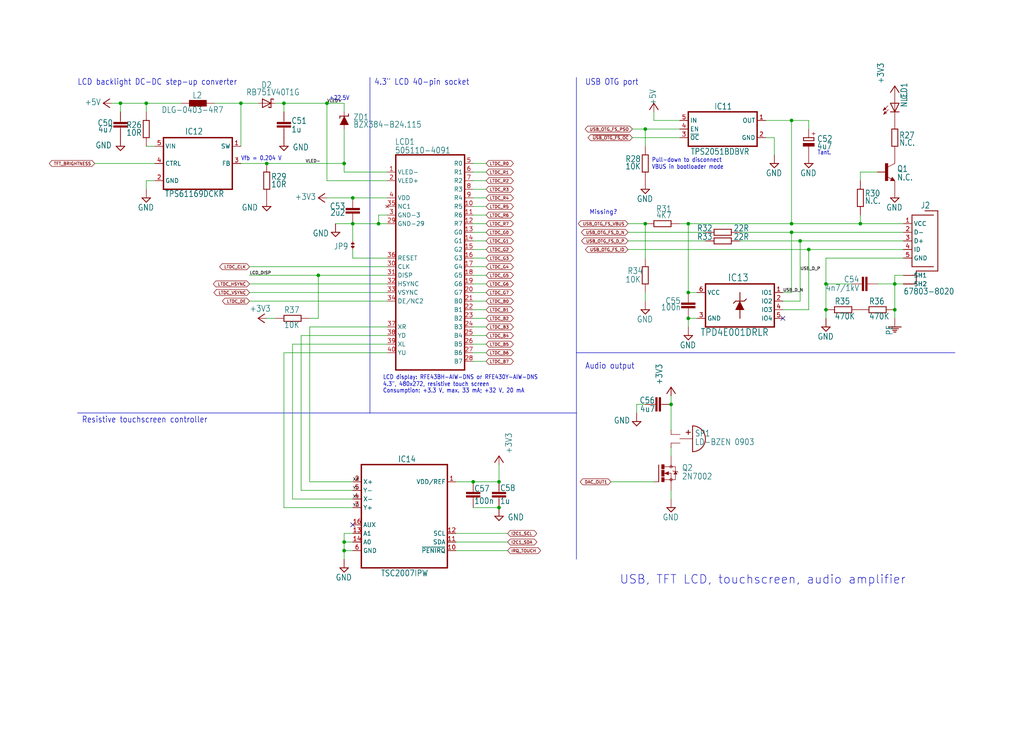
<source format=kicad_sch>
(kicad_sch (version 20230121) (generator eeschema)
  (paper "User" 302.311 220.269)
  (title_block (title "BB3 CM3") (date "2023-06-28") (rev "v001") (company "Intergalaktik d.o.o.") (comment 1 "This hardware is licensed under CERN-OHL-S v2 or later."))
  (lib_symbols
    (symbol "EEZ_DIB_MCU_r3B4-eagle-import:+3V3" (power)
      (property "Value" "+3V3" (at -2.54 -5.08 90))
      (symbol "+3V3_1_0"
        (pin power_in line (at 0 -2.54 90) (length 2.54) (name "+3V3") (number "1"))
      )
    )
    (symbol "EEZ_DIB_MCU_r3B4-eagle-import:+5V" (power)
      (property "Value" "+5V" (at -2.54 -5.08 90))
      (symbol "+5V_1_0"
        (pin power_in line (at 0 -2.54 90) (length 2.54) (name "+5V") (number "1"))
      )
    )
    (symbol "EEZ_DIB_MCU_r3B4-eagle-import:-NPN-SOT23-BEC"
      (property "Reference" "T" (at -10.16 7.62 0))
      (property "Value" "-NPN-SOT23-BEC" (at -10.16 5.08 0))
      (symbol "-NPN-SOT23-BEC_1_0"
        (pin passive line (at -2.54 0 0) (length 2.54) (name "B") (number "B"))
        (pin passive line (at 2.54 5.08 270) (length 2.54) (name "C") (number "C"))
        (pin passive line (at 2.54 -5.08 90) (length 2.54) (name "E") (number "E"))
      )
    )
    (symbol "EEZ_DIB_MCU_r3B4-eagle-import:2N7002"
      (property "Reference" "Q" (at 6.35 2.54 0))
      (property "Value" "2N7002" (at 6.35 0 0))
      (symbol "2N7002_1_0"
        (pin passive line (at -2.54 -2.54 0) (length 0) (name "G") (number "1"))
        (pin passive line (at 2.54 -5.08 90) (length 2.54) (name "S") (number "2"))
        (pin passive line (at 2.54 5.08 270) (length 2.54) (name "D") (number "3"))
      )
    )
    (symbol "EEZ_DIB_MCU_r3B4-eagle-import:678038020"
      (property "Reference" "J" (at -5.08 9.525 0))
      (property "Value" "678038020" (at -5.08 -15.875 0))
      (symbol "678038020_1_0"
        (pin passive line (at -5.08 5.08 0) (length 2.54) (name "VCC") (number "1"))
        (pin passive line (at -5.08 2.54 0) (length 2.54) (name "D-") (number "2"))
        (pin passive line (at -5.08 0 0) (length 2.54) (name "D+") (number "3"))
        (pin passive line (at -5.08 -2.54 0) (length 2.54) (name "ID") (number "4"))
        (pin passive line (at -5.08 -5.08 0) (length 2.54) (name "GND") (number "5"))
        (pin bidirectional line (at -5.08 -10.16 0) (length 2.54) (name "SH1") (number "SH1"))
        (pin bidirectional line (at -5.08 -10.16 0) (length 2.54) (name "SH1") (number "SH1.1"))
        (pin bidirectional line (at -5.08 -12.7 0) (length 2.54) (name "SH2") (number "SH2"))
        (pin bidirectional line (at -5.08 -12.7 0) (length 2.54) (name "SH2") (number "SH2.2"))
      )
    )
    (symbol "EEZ_DIB_MCU_r3B4-eagle-import:C-EUC0603"
      (property "Reference" "C" (at 1.524 0.381 0))
      (property "Value" "C-EUC0603" (at 1.524 -4.699 0))
      (symbol "C-EUC0603_1_0"
        (pin passive line (at 0 2.54 270) (length 2.54) (name "1") (number "1"))
        (pin passive line (at 0 -5.08 90) (length 2.54) (name "2") (number "2"))
      )
    )
    (symbol "EEZ_DIB_MCU_r3B4-eagle-import:C-EUC0805"
      (property "Reference" "C" (at 1.524 0.381 0))
      (property "Value" "C-EUC0805" (at 1.524 -4.699 0))
      (symbol "C-EUC0805_1_0"
        (pin passive line (at 0 2.54 270) (length 2.54) (name "1") (number "1"))
        (pin passive line (at 0 -5.08 90) (length 2.54) (name "2") (number "2"))
      )
    )
    (symbol "EEZ_DIB_MCU_r3B4-eagle-import:C-EUC1206"
      (property "Reference" "C" (at 1.524 0.381 0))
      (property "Value" "C-EUC1206" (at 1.524 -4.699 0))
      (symbol "C-EUC1206_1_0"
        (pin passive line (at 0 2.54 270) (length 2.54) (name "1") (number "1"))
        (pin passive line (at 0 -5.08 90) (length 2.54) (name "2") (number "2"))
      )
    )
    (symbol "EEZ_DIB_MCU_r3B4-eagle-import:C-EUC1812"
      (property "Reference" "C" (at 1.524 0.381 0))
      (property "Value" "C-EUC1812" (at 1.524 -4.699 0))
      (symbol "C-EUC1812_1_0"
        (pin passive line (at 0 2.54 270) (length 2.54) (name "1") (number "1"))
        (pin passive line (at 0 -5.08 90) (length 2.54) (name "2") (number "2"))
      )
    )
    (symbol "EEZ_DIB_MCU_r3B4-eagle-import:DE0403"
      (property "Reference" "L" (at -3.81 1.3716 0))
      (property "Value" "DE0403" (at -3.81 -2.921 0))
      (symbol "DE0403_1_0"
        (pin passive line (at -5.08 0 0) (length 2.54) (name "1") (number "1"))
        (pin passive line (at 5.08 0 180) (length 2.54) (name "2") (number "2"))
      )
    )
    (symbol "EEZ_DIB_MCU_r3B4-eagle-import:DINA4_L"
      (symbol "DINA4_L_2_0"
        (text ">DRAWING_NAME" (at 17.78 19.05 0) (effects (font (size 2.54 2.54)) (justify left bottom)))
        (text ">LAST_DATE_TIME" (at 12.7 1.27 0) (effects (font (size 2.54 2.54)) (justify left bottom)))
        (text ">SHEET" (at 86.36 1.27 0) (effects (font (size 2.54 2.54)) (justify left bottom)))
        (text "Date:" (at 1.27 1.27 0) (effects (font (size 2.54 2.54)) (justify left bottom)))
        (text "Document Number:" (at 1.27 11.43 0) (effects (font (size 2.54 2.54)) (justify left bottom)))
        (text "REV:" (at 88.9 11.43 0) (effects (font (size 2.54 2.54)) (justify left bottom)))
        (text "Sheet:" (at 72.39 1.27 0) (effects (font (size 2.54 2.54)) (justify left bottom)))
        (text "TITLE:" (at 1.27 19.05 0) (effects (font (size 2.54 2.54)) (justify left bottom)))
      )
    )
    (symbol "EEZ_DIB_MCU_r3B4-eagle-import:ECAP1206"
      (property "Reference" "C" (at 1.143 0.4826 0))
      (property "Value" "ECAP1206" (at 1.143 -4.5974 0))
      (symbol "ECAP1206_1_0"
        (text "+" (at -0.5842 0.4064 900) (effects (font (size 1.27 1.0795)) (justify left bottom)))
        (pin passive line (at 0 2.54 270) (length 2.54) (name "+") (number "+"))
        (pin passive line (at 0 -5.08 90) (length 2.54) (name "-") (number "-"))
      )
    )
    (symbol "EEZ_DIB_MCU_r3B4-eagle-import:GND" (power)
      (property "Value" "GND" (at -1.905 -3.175 0))
      (symbol "GND_1_0"
        (pin power_in line (at 0 2.54 270) (length 2.54) (name "GND") (number "1"))
      )
    )
    (symbol "EEZ_DIB_MCU_r3B4-eagle-import:JP2-NOCUT-0805"
      (property "Reference" "JP" (at -3.175 1.27 0))
      (symbol "JP2-NOCUT-0805_1_0"
        (pin passive line (at 0 0 270) (length 0) (name "1") (number "1"))
        (pin passive line (at 2.54 0 270) (length 0) (name "2") (number "2"))
      )
    )
    (symbol "EEZ_DIB_MCU_r3B4-eagle-import:LD-BZEN-COMBO"
      (property "Reference" "SP" (at 1.905 0.635 0))
      (property "Value" "LD-BZEN-COMBO" (at 1.905 -1.905 0))
      (symbol "LD-BZEN-COMBO_1_0"
        (pin passive line (at -5.08 2.54 270) (length 0) (name "+") (number "+"))
        (pin passive line (at -5.08 2.54 270) (length 0) (name "+") (number "+B"))
        (pin passive line (at -5.08 -2.54 90) (length 0) (name "-") (number "-"))
        (pin passive line (at -5.08 -2.54 90) (length 0) (name "-") (number "-B"))
      )
    )
    (symbol "EEZ_DIB_MCU_r3B4-eagle-import:LED0805"
      (property "Reference" "LED" (at 3.556 -2.032 90))
      (property "Value" "LED0805" (at 5.715 -2.032 90))
      (symbol "LED0805_1_0"
        (pin passive line (at 0 5.08 270) (length 2.54) (name "A") (number "A"))
        (pin passive line (at 0 -2.54 90) (length 2.54) (name "C") (number "C"))
      )
    )
    (symbol "EEZ_DIB_MCU_r3B4-eagle-import:PE" (power)
      (property "Value" "PE" (at -2.54 -2.54 90))
      (symbol "PE_1_0"
        (pin power_in line (at 0 2.54 270) (length 2.54) (name "PE") (number "1"))
      )
    )
    (symbol "EEZ_DIB_MCU_r3B4-eagle-import:R-EU_R0805"
      (property "Reference" "R" (at -3.81 1.4986 0))
      (property "Value" "R-EU_R0805" (at -3.81 -3.302 0))
      (symbol "R-EU_R0805_1_0"
        (pin passive line (at -5.08 0 0) (length 2.54) (name "1") (number "1"))
        (pin passive line (at 5.08 0 180) (length 2.54) (name "2") (number "2"))
      )
    )
    (symbol "EEZ_DIB_MCU_r3B4-eagle-import:RFE430Y-AIW-DNS"
      (property "Reference" "LCD" (at -4.7244 31.3436 0))
      (property "Value" "RFE430Y-AIW-DNS" (at -5.3594 -35.9664 0))
      (symbol "RFE430Y-AIW-DNS_1_0"
        (pin power_in line (at 12.7 25.4 180) (length 2.54) (name "VLED-") (number "1"))
        (pin input line (at -12.7 15.24 0) (length 2.54) (name "R5") (number "10"))
        (pin input line (at -12.7 12.7 0) (length 2.54) (name "R6") (number "11"))
        (pin input line (at -12.7 10.16 0) (length 2.54) (name "R7") (number "12"))
        (pin input line (at -12.7 7.62 0) (length 2.54) (name "G0") (number "13"))
        (pin input line (at -12.7 5.08 0) (length 2.54) (name "G1") (number "14"))
        (pin input line (at -12.7 2.54 0) (length 2.54) (name "G2") (number "15"))
        (pin input line (at -12.7 0 0) (length 2.54) (name "G3") (number "16"))
        (pin input line (at -12.7 -2.54 0) (length 2.54) (name "G4") (number "17"))
        (pin input line (at -12.7 -5.08 0) (length 2.54) (name "G5") (number "18"))
        (pin input line (at -12.7 -7.62 0) (length 2.54) (name "G6") (number "19"))
        (pin power_in line (at 12.7 22.86 180) (length 2.54) (name "VLED+") (number "2"))
        (pin input line (at -12.7 -10.16 0) (length 2.54) (name "G7") (number "20"))
        (pin input line (at -12.7 -12.7 0) (length 2.54) (name "B0") (number "21"))
        (pin input line (at -12.7 -15.24 0) (length 2.54) (name "B1") (number "22"))
        (pin input line (at -12.7 -17.78 0) (length 2.54) (name "B2") (number "23"))
        (pin input line (at -12.7 -20.32 0) (length 2.54) (name "B3") (number "24"))
        (pin input line (at -12.7 -22.86 0) (length 2.54) (name "B4") (number "25"))
        (pin input line (at -12.7 -25.4 0) (length 2.54) (name "B5") (number "26"))
        (pin input line (at -12.7 -27.94 0) (length 2.54) (name "B6") (number "27"))
        (pin input line (at -12.7 -30.48 0) (length 2.54) (name "B7") (number "28"))
        (pin power_in line (at 12.7 10.16 180) (length 2.54) (name "GND-29") (number "29"))
        (pin power_in line (at 12.7 12.7 180) (length 2.54) (name "GND-3") (number "3"))
        (pin input line (at 12.7 -2.54 180) (length 2.54) (name "CLK") (number "30"))
        (pin input line (at 12.7 -5.08 180) (length 2.54) (name "DISP") (number "31"))
        (pin input line (at 12.7 -7.62 180) (length 2.54) (name "HSYNC") (number "32"))
        (pin input line (at 12.7 -10.16 180) (length 2.54) (name "VSYNC") (number "33"))
        (pin passive line (at 12.7 -12.7 180) (length 2.54) (name "DE/NC2") (number "34"))
        (pin no_connect line (at 12.7 15.24 180) (length 2.54) (name "NC1") (number "35"))
        (pin input line (at 12.7 0 180) (length 2.54) (name "RESET") (number "36"))
        (pin passive line (at 12.7 -20.32 180) (length 2.54) (name "XR") (number "37"))
        (pin passive line (at 12.7 -22.86 180) (length 2.54) (name "YD") (number "38"))
        (pin passive line (at 12.7 -25.4 180) (length 2.54) (name "XL") (number "39"))
        (pin power_in line (at 12.7 17.78 180) (length 2.54) (name "VDD") (number "4"))
        (pin passive line (at 12.7 -27.94 180) (length 2.54) (name "YU") (number "40"))
        (pin input line (at -12.7 27.94 0) (length 2.54) (name "R0") (number "5"))
        (pin input line (at -12.7 25.4 0) (length 2.54) (name "R1") (number "6"))
        (pin input line (at -12.7 22.86 0) (length 2.54) (name "R2") (number "7"))
        (pin input line (at -12.7 20.32 0) (length 2.54) (name "R3") (number "8"))
        (pin input line (at -12.7 17.78 0) (length 2.54) (name "R4") (number "9"))
      )
    )
    (symbol "EEZ_DIB_MCU_r3B4-eagle-import:SCHOTTKYSOD-323R"
      (property "Reference" "D" (at -2.286 1.905 0))
      (property "Value" "SCHOTTKYSOD-323R" (at -2.286 -3.429 0))
      (symbol "SCHOTTKYSOD-323R_1_0"
        (pin passive line (at -2.54 0 0) (length 2.54) (name "A") (number "A"))
        (pin passive line (at 2.54 0 180) (length 2.54) (name "C") (number "C"))
      )
    )
    (symbol "EEZ_DIB_MCU_r3B4-eagle-import:TPD4E001-DRL"
      (property "Reference" "IC" (at -5.207 5.7912 0))
      (property "Value" "TPD4E001-DRL" (at -6.0452 -10.3378 0))
      (symbol "TPD4E001-DRL_1_0"
        (pin bidirectional line (at -12.7 2.54 0) (length 2.54) (name "IO1") (number "1"))
        (pin bidirectional line (at -12.7 0 0) (length 2.54) (name "IO2") (number "2"))
        (pin power_in line (at 12.7 -5.08 180) (length 2.54) (name "GND") (number "3"))
        (pin bidirectional line (at -12.7 -2.54 0) (length 2.54) (name "IO3") (number "4"))
        (pin bidirectional line (at -12.7 -5.08 0) (length 2.54) (name "IO4") (number "5"))
        (pin passive line (at 12.7 2.54 180) (length 2.54) (name "VCC") (number "6"))
      )
    )
    (symbol "EEZ_DIB_MCU_r3B4-eagle-import:TPS2051B"
      (property "Reference" "IC" (at -4.445 5.715 0))
      (property "Value" "TPS2051B" (at -5.08 -7.62 0))
      (symbol "TPS2051B_1_0"
        (pin output line (at 12.7 2.54 180) (length 2.54) (name "OUT") (number "1"))
        (pin power_in line (at 12.7 -2.54 180) (length 2.54) (name "GND") (number "2"))
        (pin passive line (at -12.7 -2.54 0) (length 2.54) (name "~{OC}") (number "3"))
        (pin input line (at -12.7 0 0) (length 2.54) (name "EN") (number "4"))
        (pin input line (at -12.7 2.54 0) (length 2.54) (name "IN") (number "5"))
      )
    )
    (symbol "EEZ_DIB_MCU_r3B4-eagle-import:TPS61169DCKR"
      (property "Reference" "IC" (at -4.7244 8.4836 0))
      (property "Value" "TPS61169DCKR" (at -4.7244 -9.9314 0))
      (symbol "TPS61169DCKR_1_0"
        (pin output line (at 12.7 5.08 180) (length 2.54) (name "SW") (number "1"))
        (pin power_in line (at -12.7 -5.08 0) (length 2.54) (name "GND") (number "2"))
        (pin input line (at 12.7 0 180) (length 2.54) (name "FB") (number "3"))
        (pin input line (at -12.7 0 0) (length 2.54) (name "CTRL") (number "4"))
        (pin input line (at -12.7 5.08 0) (length 2.54) (name "VIN") (number "5"))
      )
    )
    (symbol "EEZ_DIB_MCU_r3B4-eagle-import:TSC2007IPW"
      (property "Reference" "IC" (at -4.445 15.875 0))
      (property "Value" "TSC2007IPW" (at -4.445 -17.78 0))
      (symbol "TSC2007IPW_1_0"
        (pin passive line (at 15.24 10.16 180) (length 2.54) (name "VDD/REF") (number "1"))
        (pin output line (at 15.24 -10.16 180) (length 2.54) (name "~{PENIRQ}") (number "10"))
        (pin bidirectional line (at 15.24 -7.62 180) (length 2.54) (name "SDA") (number "11"))
        (pin bidirectional line (at 15.24 -5.08 180) (length 2.54) (name "SCL") (number "12"))
        (pin input line (at -15.24 -5.08 0) (length 2.54) (name "A1") (number "13"))
        (pin input line (at -15.24 -7.62 0) (length 2.54) (name "A0") (number "14"))
        (pin input line (at -15.24 -2.54 0) (length 2.54) (name "AUX") (number "16"))
        (pin input line (at -15.24 10.16 0) (length 2.54) (name "X+") (number "2"))
        (pin input line (at -15.24 2.54 0) (length 2.54) (name "Y+") (number "3"))
        (pin input line (at -15.24 5.08 0) (length 2.54) (name "X-") (number "4"))
        (pin input line (at -15.24 7.62 0) (length 2.54) (name "Y-") (number "5"))
        (pin passive line (at -15.24 -10.16 0) (length 2.54) (name "GND") (number "6"))
      )
    )
    (symbol "EEZ_DIB_MCU_r3B4-eagle-import:ZENER-DIODESOD323"
      (property "Reference" "ZD" (at -1.778 1.905 0))
      (property "Value" "ZENER-DIODESOD323" (at -1.778 -3.429 0))
      (symbol "ZENER-DIODESOD323_1_0"
        (pin passive line (at -2.54 0 0) (length 2.54) (name "A") (number "A"))
        (pin passive line (at 2.54 0 180) (length 2.54) (name "C") (number "C"))
      )
    )
  )
  (junction (at 83.82 30.48))
  (junction (at 139.7 142.24))
  (junction (at 78.74 48.26))
  (junction (at 243.84 83.82))
  (junction (at 238.76 73.66))
  (junction (at 203.2 86.36))
  (junction (at 101.6 160.02))
  (junction (at 93.98 81.28))
  (junction (at 96.52 30.48))
  (junction (at 71.12 30.48))
  (junction (at 254 66.04))
  (junction (at 101.6 48.26))
  (junction (at 264.16 91.44))
  (junction (at 101.6 162.56))
  (junction (at 233.68 66.04))
  (junction (at 264.16 83.82))
  (junction (at 203.2 66.04))
  (junction (at 243.84 91.44))
  (junction (at 233.68 35.56))
  (junction (at 203.2 93.98))
  (junction (at 147.32 149.86))
  (junction (at 190.5 38.1))
  (junction (at 43.18 30.48))
  (junction (at 104.14 58.42))
  (junction (at 236.22 71.12))
  (junction (at 147.32 142.24))
  (junction (at 111.76 66.04))
  (junction (at 104.14 66.04))
  (junction (at 198.12 119.38))
  (junction (at 190.5 66.04))
  (junction (at 233.68 68.58))
  (junction (at 35.56 30.48))
  (no_connect (at 104.14 154.94))
  (no_connect (at 231.14 93.98))
  (wire (pts (xy 259.08 50.8) (xy 254 50.8)))
  (wire (pts (xy 243.84 76.2) (xy 243.84 83.82)))
  (wire (pts (xy 134.62 142.24) (xy 139.7 142.24)))
  (wire (pts (xy 200.66 66.04) (xy 203.2 66.04)))
  (wire (pts (xy 139.7 83.82) (xy 143.51 83.82)))
  (polyline (pts (xy 281.94 104.14) (xy 170.18 104.14)))
  (wire (pts (xy 73.66 81.28) (xy 93.98 81.28)))
  (wire (pts (xy 226.06 40.64) (xy 228.6 40.64)))
  (wire (pts (xy 139.7 63.5) (xy 143.51 63.5)))
  (wire (pts (xy 233.68 35.56) (xy 238.76 35.56)))
  (wire (pts (xy 88.9 144.78) (xy 88.9 99.06)))
  (wire (pts (xy 101.6 38.1) (xy 101.6 48.26)))
  (wire (pts (xy 111.76 66.04) (xy 111.76 63.5)))
  (wire (pts (xy 78.74 93.98) (xy 81.28 93.98)))
  (wire (pts (xy 200.66 38.1) (xy 190.5 38.1)))
  (polyline (pts (xy 109.22 121.92) (xy 22.86 121.92)))
  (wire (pts (xy 185.42 66.04) (xy 190.5 66.04)))
  (wire (pts (xy 205.74 86.36) (xy 203.2 86.36)))
  (wire (pts (xy 185.42 73.66) (xy 238.76 73.66)))
  (wire (pts (xy 243.84 91.44) (xy 243.84 93.98)))
  (wire (pts (xy 139.7 76.2) (xy 143.51 76.2)))
  (wire (pts (xy 81.28 30.48) (xy 83.82 30.48)))
  (wire (pts (xy 203.2 93.98) (xy 203.2 96.52)))
  (wire (pts (xy 139.7 88.9) (xy 143.51 88.9)))
  (wire (pts (xy 101.6 48.26) (xy 101.6 50.8)))
  (wire (pts (xy 139.7 53.34) (xy 143.51 53.34)))
  (wire (pts (xy 91.44 96.52) (xy 114.3 96.52)))
  (wire (pts (xy 114.3 83.82) (xy 73.66 83.82)))
  (wire (pts (xy 86.36 147.32) (xy 86.36 101.6)))
  (wire (pts (xy 83.82 104.14) (xy 83.82 149.86)))
  (wire (pts (xy 104.14 160.02) (xy 101.6 160.02)))
  (wire (pts (xy 96.52 53.34) (xy 96.52 30.48)))
  (wire (pts (xy 238.76 35.56) (xy 238.76 38.1)))
  (wire (pts (xy 264.16 91.44) (xy 264.16 83.82)))
  (wire (pts (xy 139.7 60.96) (xy 143.51 60.96)))
  (wire (pts (xy 266.7 81.28) (xy 264.16 81.28)))
  (polyline (pts (xy 170.18 104.14) (xy 170.18 121.92)))
  (wire (pts (xy 43.18 33.02) (xy 43.18 30.48)))
  (wire (pts (xy 86.36 101.6) (xy 114.3 101.6)))
  (wire (pts (xy 231.14 91.44) (xy 238.76 91.44)))
  (wire (pts (xy 266.7 83.82) (xy 264.16 83.82)))
  (wire (pts (xy 139.7 91.44) (xy 143.51 91.44)))
  (wire (pts (xy 254 50.8) (xy 254 53.34)))
  (wire (pts (xy 101.6 162.56) (xy 101.6 165.1)))
  (wire (pts (xy 198.12 134.62) (xy 198.12 132.08)))
  (wire (pts (xy 233.68 66.04) (xy 254 66.04)))
  (wire (pts (xy 134.62 157.48) (xy 149.86 157.48)))
  (wire (pts (xy 254 63.5) (xy 254 66.04)))
  (wire (pts (xy 266.7 76.2) (xy 243.84 76.2)))
  (wire (pts (xy 139.7 149.86) (xy 147.32 149.86)))
  (wire (pts (xy 254 66.04) (xy 266.7 66.04)))
  (wire (pts (xy 104.14 147.32) (xy 86.36 147.32)))
  (wire (pts (xy 101.6 50.8) (xy 114.3 50.8)))
  (wire (pts (xy 104.14 66.04) (xy 99.06 66.04)))
  (wire (pts (xy 200.66 40.64) (xy 186.69 40.64)))
  (wire (pts (xy 190.5 76.2) (xy 190.5 66.04)))
  (wire (pts (xy 139.7 58.42) (xy 143.51 58.42)))
  (wire (pts (xy 114.3 88.9) (xy 73.66 88.9)))
  (wire (pts (xy 104.14 142.24) (xy 91.44 142.24)))
  (wire (pts (xy 101.6 160.02) (xy 101.6 162.56)))
  (polyline (pts (xy 170.18 121.92) (xy 109.22 121.92)))
  (wire (pts (xy 93.98 81.28) (xy 93.98 93.98)))
  (wire (pts (xy 139.7 101.6) (xy 143.51 101.6)))
  (wire (pts (xy 228.6 40.64) (xy 228.6 45.72)))
  (wire (pts (xy 218.44 71.12) (xy 236.22 71.12)))
  (wire (pts (xy 139.7 106.68) (xy 143.51 106.68)))
  (wire (pts (xy 264.16 83.82) (xy 264.16 81.28)))
  (wire (pts (xy 104.14 66.04) (xy 111.76 66.04)))
  (wire (pts (xy 101.6 162.56) (xy 104.14 162.56)))
  (wire (pts (xy 114.3 78.74) (xy 73.66 78.74)))
  (wire (pts (xy 139.7 66.04) (xy 143.51 66.04)))
  (wire (pts (xy 104.14 58.42) (xy 96.52 58.42)))
  (wire (pts (xy 45.72 48.26) (xy 27.94 48.26)))
  (wire (pts (xy 243.84 83.82) (xy 243.84 91.44)))
  (wire (pts (xy 114.3 58.42) (xy 104.14 58.42)))
  (wire (pts (xy 139.7 142.24) (xy 147.32 142.24)))
  (wire (pts (xy 205.74 93.98) (xy 203.2 93.98)))
  (wire (pts (xy 134.62 162.56) (xy 149.86 162.56)))
  (wire (pts (xy 139.7 99.06) (xy 143.51 99.06)))
  (wire (pts (xy 83.82 104.14) (xy 114.3 104.14)))
  (wire (pts (xy 139.7 73.66) (xy 143.51 73.66)))
  (wire (pts (xy 43.18 43.18) (xy 45.72 43.18)))
  (wire (pts (xy 101.6 157.48) (xy 101.6 160.02)))
  (polyline (pts (xy 170.18 22.86) (xy 170.18 104.14)))
  (wire (pts (xy 203.2 66.04) (xy 203.2 86.36)))
  (wire (pts (xy 114.3 63.5) (xy 111.76 63.5)))
  (wire (pts (xy 114.3 86.36) (xy 73.66 86.36)))
  (wire (pts (xy 78.74 48.26) (xy 101.6 48.26)))
  (wire (pts (xy 200.66 35.56) (xy 193.04 35.56)))
  (wire (pts (xy 139.7 96.52) (xy 143.51 96.52)))
  (wire (pts (xy 139.7 93.98) (xy 143.51 93.98)))
  (wire (pts (xy 190.5 119.38) (xy 187.96 119.38)))
  (wire (pts (xy 114.3 53.34) (xy 96.52 53.34)))
  (wire (pts (xy 71.12 43.18) (xy 71.12 30.48)))
  (wire (pts (xy 190.5 38.1) (xy 186.69 38.1)))
  (wire (pts (xy 218.44 68.58) (xy 233.68 68.58)))
  (wire (pts (xy 43.18 53.34) (xy 43.18 55.88)))
  (wire (pts (xy 139.7 81.28) (xy 143.51 81.28)))
  (wire (pts (xy 187.96 121.92) (xy 187.96 119.38)))
  (polyline (pts (xy 170.18 121.92) (xy 170.18 165.1)))
  (wire (pts (xy 236.22 71.12) (xy 266.7 71.12)))
  (wire (pts (xy 83.82 30.48) (xy 96.52 30.48)))
  (wire (pts (xy 71.12 48.26) (xy 78.74 48.26)))
  (wire (pts (xy 104.14 71.12) (xy 104.14 66.04)))
  (wire (pts (xy 134.62 160.02) (xy 149.86 160.02)))
  (wire (pts (xy 93.98 93.98) (xy 91.44 93.98)))
  (wire (pts (xy 259.08 83.82) (xy 264.16 83.82)))
  (wire (pts (xy 208.28 68.58) (xy 185.42 68.58)))
  (wire (pts (xy 185.42 71.12) (xy 208.28 71.12)))
  (wire (pts (xy 238.76 91.44) (xy 238.76 73.66)))
  (wire (pts (xy 101.6 30.48) (xy 101.6 33.02)))
  (wire (pts (xy 233.68 86.36) (xy 233.68 68.58)))
  (wire (pts (xy 104.14 149.86) (xy 83.82 149.86)))
  (wire (pts (xy 104.14 73.66) (xy 104.14 76.2)))
  (wire (pts (xy 35.56 33.02) (xy 35.56 30.48)))
  (wire (pts (xy 104.14 144.78) (xy 88.9 144.78)))
  (wire (pts (xy 264.16 93.98) (xy 264.16 91.44)))
  (wire (pts (xy 193.04 142.24) (xy 180.34 142.24)))
  (wire (pts (xy 139.7 104.14) (xy 143.51 104.14)))
  (wire (pts (xy 139.7 78.74) (xy 143.51 78.74)))
  (wire (pts (xy 231.14 88.9) (xy 236.22 88.9)))
  (wire (pts (xy 198.12 147.32) (xy 198.12 144.78)))
  (wire (pts (xy 139.7 86.36) (xy 143.51 86.36)))
  (wire (pts (xy 139.7 71.12) (xy 143.51 71.12)))
  (wire (pts (xy 104.14 76.2) (xy 114.3 76.2)))
  (wire (pts (xy 45.72 53.34) (xy 43.18 53.34)))
  (wire (pts (xy 139.7 50.8) (xy 143.51 50.8)))
  (wire (pts (xy 139.7 55.88) (xy 143.51 55.88)))
  (wire (pts (xy 236.22 88.9) (xy 236.22 71.12)))
  (wire (pts (xy 233.68 35.56) (xy 233.68 66.04)))
  (wire (pts (xy 111.76 66.04) (xy 114.3 66.04)))
  (wire (pts (xy 35.56 30.48) (xy 43.18 30.48)))
  (wire (pts (xy 63.5 30.48) (xy 71.12 30.48)))
  (wire (pts (xy 139.7 48.26) (xy 143.51 48.26)))
  (wire (pts (xy 198.12 119.38) (xy 198.12 116.84)))
  (wire (pts (xy 43.18 30.48) (xy 53.34 30.48)))
  (wire (pts (xy 198.12 119.38) (xy 198.12 127)))
  (wire (pts (xy 190.5 43.18) (xy 190.5 38.1)))
  (wire (pts (xy 193.04 35.56) (xy 193.04 33.02)))
  (wire (pts (xy 233.68 68.58) (xy 266.7 68.58)))
  (wire (pts (xy 35.56 30.48) (xy 33.02 30.48)))
  (wire (pts (xy 238.76 73.66) (xy 266.7 73.66)))
  (wire (pts (xy 139.7 68.58) (xy 143.51 68.58)))
  (wire (pts (xy 226.06 35.56) (xy 233.68 35.56)))
  (wire (pts (xy 71.12 30.48) (xy 76.2 30.48)))
  (wire (pts (xy 83.82 30.48) (xy 83.82 33.02)))
  (wire (pts (xy 203.2 66.04) (xy 233.68 66.04)))
  (wire (pts (xy 114.3 81.28) (xy 93.98 81.28)))
  (wire (pts (xy 190.5 88.9) (xy 190.5 86.36)))
  (wire (pts (xy 251.46 83.82) (xy 243.84 83.82)))
  (wire (pts (xy 91.44 142.24) (xy 91.44 96.52)))
  (wire (pts (xy 104.14 157.48) (xy 101.6 157.48)))
  (wire (pts (xy 88.9 99.06) (xy 114.3 99.06)))
  (wire (pts (xy 231.14 86.36) (xy 233.68 86.36)))
  (wire (pts (xy 147.32 142.24) (xy 147.32 137.16)))
  (polyline (pts (xy 109.22 22.86) (xy 109.22 121.92)))
  (wire (pts (xy 96.52 30.48) (xy 101.6 30.48)))
  (text "Resistive touchscreen controller" (at 24.13 125.095 0) (effects (font (size 1.778 1.5113)) (justify left bottom)))
  (text "Tant." (at 241.3 44.45 0) (effects (font (size 1.27 1.0795)) (justify left top)))
  (text "+22.5V" (at 97.155 29.845 0) (effects (font (size 1.27 1.0795)) (justify left bottom)))
  (text "Audio output" (at 172.72 109.22 0) (effects (font (size 1.778 1.5113)) (justify left bottom)))
  (text "Missing?" (at 173.99 63.5 0) (effects (font (size 1.27 1.27)) (justify left bottom)))
  (text "Pull-down to disconnect\nVBUS in bootloader mode" (at 192.405 50.165 0) (effects (font (size 1.27 1.0795)) (justify left bottom)))
  (text "LCD backlight DC-DC step-up converter" (at 22.86 25.4 0) (effects (font (size 1.778 1.5113)) (justify left bottom)))
  (text "USB, TFT LCD, touchscreen, audio amplifier" (at 182.88 172.72 0) (effects (font (size 2.54 2.54)) (justify left bottom)))
  (text "LCD display: RFE43BH-AIW-DNS or RFE430Y-AIW-DNS\n4.3\", 480x272, resistive touch screen" (at 113.03 114.3 0) (effects (font (size 1.27 1.0795)) (justify left bottom)))
  (text "Vfb = 0.204 V" (at 71.12 47.625 0) (effects (font (size 1.27 1.0795)) (justify left bottom)))
  (text "USB OTG port" (at 172.72 25.4 0) (effects (font (size 1.778 1.5113)) (justify left bottom)))
  (text "Consumption: +3.3 V, max. 33 mA; +32 V, 20 mA" (at 113.03 116.205 0) (effects (font (size 1.27 1.0795)) (justify left bottom)))
  (text "4.3\" LCD 40-pin socket" (at 110.49 25.4 0) (effects (font (size 1.778 1.5113)) (justify left bottom)))
  (label "USB_D_N" (at 231.14 86.36 0) (effects (font (size 0.889 0.889))))
  (label "XL" (at 104.14 147.32 0) (effects (font (size 0.889 0.889))))
  (label "LCD_DISP" (at 73.66 81.28 0) (effects (font (size 0.889 0.889))))
  (label "VLED-" (at 90.17 48.26 0) (effects (font (size 0.889 0.889))))
  (label "YD" (at 104.14 144.78 0) (effects (font (size 0.889 0.889))))
  (label "USB_D_P" (at 236.22 80.01 0) (effects (font (size 0.889 0.889))))
  (label "VLED+" (at 96.52 30.48 0) (effects (font (size 0.889 0.889))))
  (label "YU" (at 104.14 149.86 0) (effects (font (size 0.889 0.889))))
  (label "XR" (at 104.14 142.24 0) (effects (font (size 0.889 0.889))))
  (global_label "LTDC_HSYNC" (shape bidirectional) (at 73.66 83.82 180) (effects (font (size 0.889 0.889))) (property "Intersheetrefs" "${INTERSHEET_REFS}" (effects hide)))
  (global_label "LTDC_G4" (shape bidirectional) (at 143.51 78.74 0) (effects (font (size 0.889 0.889))) (property "Intersheetrefs" "${INTERSHEET_REFS}" (effects hide)))
  (global_label "LTDC_G2" (shape bidirectional) (at 143.51 73.66 0) (effects (font (size 0.889 0.889))) (property "Intersheetrefs" "${INTERSHEET_REFS}" (effects hide)))
  (global_label "LTDC_R6" (shape bidirectional) (at 143.51 63.5 0) (effects (font (size 0.889 0.889))) (property "Intersheetrefs" "${INTERSHEET_REFS}" (effects hide)))
  (global_label "USB_OTG_FS_ID" (shape bidirectional) (at 185.42 73.66 180) (effects (font (size 0.889 0.889))) (property "Intersheetrefs" "${INTERSHEET_REFS}" (effects hide)))
  (global_label "LTDC_B3" (shape bidirectional) (at 143.51 96.52 0) (effects (font (size 0.889 0.889))) (property "Intersheetrefs" "${INTERSHEET_REFS}" (effects hide)))
  (global_label "LTDC_G1" (shape bidirectional) (at 143.51 71.12 0) (effects (font (size 0.889 0.889))) (property "Intersheetrefs" "${INTERSHEET_REFS}" (effects hide)))
  (global_label "USB_OTG_FS_D_P" (shape bidirectional) (at 185.42 71.12 180) (effects (font (size 0.889 0.889))) (property "Intersheetrefs" "${INTERSHEET_REFS}" (effects hide)))
  (global_label "LTDC_CLK" (shape bidirectional) (at 73.66 78.74 180) (effects (font (size 0.889 0.889))) (property "Intersheetrefs" "${INTERSHEET_REFS}" (effects hide)))
  (global_label "~{USB_OTG_FS_OC}" (shape bidirectional) (at 186.69 40.64 180) (effects (font (size 0.889 0.889))) (property "Intersheetrefs" "${INTERSHEET_REFS}" (effects hide)))
  (global_label "LTDC_R3" (shape bidirectional) (at 143.51 55.88 0) (effects (font (size 0.889 0.889))) (property "Intersheetrefs" "${INTERSHEET_REFS}" (effects hide)))
  (global_label "LTDC_R5" (shape bidirectional) (at 143.51 60.96 0) (effects (font (size 0.889 0.889))) (property "Intersheetrefs" "${INTERSHEET_REFS}" (effects hide)))
  (global_label "LTDC_R1" (shape bidirectional) (at 143.51 50.8 0) (effects (font (size 0.889 0.889))) (property "Intersheetrefs" "${INTERSHEET_REFS}" (effects hide)))
  (global_label "USB_OTG_FS_PSO" (shape bidirectional) (at 186.69 38.1 180) (effects (font (size 0.889 0.889))) (property "Intersheetrefs" "${INTERSHEET_REFS}" (effects hide)))
  (global_label "LTDC_B0" (shape bidirectional) (at 143.51 88.9 0) (effects (font (size 0.889 0.889))) (property "Intersheetrefs" "${INTERSHEET_REFS}" (effects hide)))
  (global_label "LTDC_DE" (shape bidirectional) (at 73.66 88.9 180) (effects (font (size 0.889 0.889))) (property "Intersheetrefs" "${INTERSHEET_REFS}" (effects hide)))
  (global_label "TFT_BRIGHTNESS" (shape bidirectional) (at 27.94 48.26 180) (effects (font (size 0.889 0.889))) (property "Intersheetrefs" "${INTERSHEET_REFS}" (effects hide)))
  (global_label "USB_OTG_FS_D_N" (shape bidirectional) (at 185.42 68.58 180) (effects (font (size 0.889 0.889))) (property "Intersheetrefs" "${INTERSHEET_REFS}" (effects hide)))
  (global_label "LTDC_G3" (shape bidirectional) (at 143.51 76.2 0) (effects (font (size 0.889 0.889))) (property "Intersheetrefs" "${INTERSHEET_REFS}" (effects hide)))
  (global_label "LTDC_B4" (shape bidirectional) (at 143.51 99.06 0) (effects (font (size 0.889 0.889))) (property "Intersheetrefs" "${INTERSHEET_REFS}" (effects hide)))
  (global_label "LTDC_B6" (shape bidirectional) (at 143.51 104.14 0) (effects (font (size 0.889 0.889))) (property "Intersheetrefs" "${INTERSHEET_REFS}" (effects hide)))
  (global_label "LTDC_B1" (shape bidirectional) (at 143.51 91.44 0) (effects (font (size 0.889 0.889))) (property "Intersheetrefs" "${INTERSHEET_REFS}" (effects hide)))
  (global_label "LTDC_R2" (shape bidirectional) (at 143.51 53.34 0) (effects (font (size 0.889 0.889))) (property "Intersheetrefs" "${INTERSHEET_REFS}" (effects hide)))
  (global_label "LTDC_G5" (shape bidirectional) (at 143.51 81.28 0) (effects (font (size 0.889 0.889))) (property "Intersheetrefs" "${INTERSHEET_REFS}" (effects hide)))
  (global_label "LTDC_G6" (shape bidirectional) (at 143.51 83.82 0) (effects (font (size 0.889 0.889))) (property "Intersheetrefs" "${INTERSHEET_REFS}" (effects hide)))
  (global_label "LTDC_B7" (shape bidirectional) (at 143.51 106.68 0) (effects (font (size 0.889 0.889))) (property "Intersheetrefs" "${INTERSHEET_REFS}" (effects hide)))
  (global_label "LTDC_G7" (shape bidirectional) (at 143.51 86.36 0) (effects (font (size 0.889 0.889))) (property "Intersheetrefs" "${INTERSHEET_REFS}" (effects hide)))
  (global_label "LTDC_R4" (shape bidirectional) (at 143.51 58.42 0) (effects (font (size 0.889 0.889))) (property "Intersheetrefs" "${INTERSHEET_REFS}" (effects hide)))
  (global_label "I2C1_SDA" (shape bidirectional) (at 149.86 160.02 0) (effects (font (size 0.889 0.889))) (property "Intersheetrefs" "${INTERSHEET_REFS}" (effects hide)))
  (global_label "LTDC_R0" (shape bidirectional) (at 143.51 48.26 0) (effects (font (size 0.889 0.889))) (property "Intersheetrefs" "${INTERSHEET_REFS}" (effects hide)))
  (global_label "LTDC_R7" (shape bidirectional) (at 143.51 66.04 0) (effects (font (size 0.889 0.889))) (property "Intersheetrefs" "${INTERSHEET_REFS}" (effects hide)))
  (global_label "LTDC_B5" (shape bidirectional) (at 143.51 101.6 0) (effects (font (size 0.889 0.889))) (property "Intersheetrefs" "${INTERSHEET_REFS}" (effects hide)))
  (global_label "LTDC_VSYNC" (shape bidirectional) (at 73.66 86.36 180) (effects (font (size 0.889 0.889))) (property "Intersheetrefs" "${INTERSHEET_REFS}" (effects hide)))
  (global_label "LTDC_B2" (shape bidirectional) (at 143.51 93.98 0) (effects (font (size 0.889 0.889))) (property "Intersheetrefs" "${INTERSHEET_REFS}" (effects hide)))
  (global_label "LTDC_G0" (shape bidirectional) (at 143.51 68.58 0) (effects (font (size 0.889 0.889))) (property "Intersheetrefs" "${INTERSHEET_REFS}" (effects hide)))
  (global_label "DAC_OUT1" (shape bidirectional) (at 180.34 142.24 180) (effects (font (size 0.889 0.889))) (property "Intersheetrefs" "${INTERSHEET_REFS}" (effects hide)))
  (global_label "IRQ_TOUCH" (shape bidirectional) (at 149.86 162.56 0) (effects (font (size 0.889 0.889))) (property "Intersheetrefs" "${INTERSHEET_REFS}" (effects hide)))
  (global_label "USB_OTG_FS_VBUS" (shape bidirectional) (at 185.42 66.04 180) (effects (font (size 0.889 0.889))) (property "Intersheetrefs" "${INTERSHEET_REFS}" (effects hide)))
  (global_label "I2C1_SCL" (shape bidirectional) (at 149.86 157.48 0) (effects (font (size 0.889 0.889))) (property "Intersheetrefs" "${INTERSHEET_REFS}" (effects hide)))
  (symbol (lib_id "EEZ_DIB_MCU_r3B4-eagle-import:GND") (at 198.12 149.86 0) (unit 1)
    (property "Reference" "#SUPPLY061" (effects hide))
    (property "Value" "GND" (at 195.58 153.67 0) (effects (font (size 1.778 1.5113)) (justify left bottom)))
    (property "Footprint" "EEZ_DIB_MCU_r3B4:" (effects hide))
  )
  (symbol (lib_id "EEZ_DIB_MCU_r3B4-eagle-import:C-EUC0805") (at 83.82 35.56 0) (mirror y) (unit 1)
    (property "Reference" "C51" (at 85.979 34.671 0) (effects (font (size 1.778 1.5113)) (justify right top)))
    (property "Value" "1u" (at 85.979 37.211 0) (effects (font (size 1.778 1.5113)) (justify right top)))
    (property "Footprint" "Capacitor_SMD:C_0603_1608Metric" (effects hide))
  )
  (symbol (lib_id "EEZ_DIB_MCU_r3B4-eagle-import:GND") (at 243.84 96.52 0) (unit 1)
    (property "Reference" "#SUPPLY058" (effects hide))
    (property "Value" "GND" (at 241.3 100.33 0) (effects (font (size 1.778 1.5113)) (justify left bottom)))
    (property "Footprint" "EEZ_DIB_MCU_r3B4:" (effects hide))
  )
  (symbol (lib_id "EEZ_DIB_MCU_r3B4-eagle-import:R-EU_R0805") (at 259.08 91.44 180) (unit 1)
    (property "Reference" "R36" (at 256.54 89.916 0) (effects (font (size 1.778 1.5113)) (justify right top)))
    (property "Value" "470K" (at 256.54 94.361 0) (effects (font (size 1.778 1.5113)) (justify right top)))
    (property "Footprint" "Resistor_SMD:R_0603_1608Metric" (effects hide))
  )
  (symbol (lib_id "EEZ_DIB_MCU_r3B4-eagle-import:RFE430Y-AIW-DNS") (at 127 76.2 0) (mirror y) (unit 1)
    (property "Reference" "LCD1" (at 116.5606 40.8686 0) (effects (font (size 1.778 1.5113)) (justify right top)))
    (property "Value" "505110-4091" (at 116.5606 43.4086 0) (effects (font (size 1.778 1.5113)) (justify right top)))
    (property "Footprint" "EEZ_DIB_MCU_r3B4:FPC_40" (effects hide))
  )
  (symbol (lib_id "EEZ_DIB_MCU_r3B4-eagle-import:R-EU_R0805") (at 264.16 40.64 270) (mirror x) (unit 1)
    (property "Reference" "R27" (at 265.43 38.9636 90) (effects (font (size 1.778 1.5113)) (justify left bottom)))
    (property "Value" "N.C." (at 265.43 41.148 90) (effects (font (size 1.778 1.5113)) (justify left bottom)))
    (property "Footprint" "Resistor_SMD:R_0603_1608Metric" (effects hide))
  )
  (symbol (lib_id "EEZ_DIB_MCU_r3B4-eagle-import:+3V3") (at 76.2 93.98 90) (unit 1)
    (property "Reference" "#+3V0328" (effects hide))
    (property "Value" "+3V3" (at 73.66 92.075 90) (effects (font (size 1.778 1.5113)) (justify right top)))
    (property "Footprint" "EEZ_DIB_MCU_r3B4:" (effects hide))
  )
  (symbol (lib_id "EEZ_DIB_MCU_r3B4-eagle-import:GND") (at 187.96 124.46 0) (unit 1)
    (property "Reference" "#SUPPLY060" (effects hide))
    (property "Value" "GND" (at 186.055 125.095 0) (effects (font (size 1.778 1.5113)) (justify right bottom)))
    (property "Footprint" "EEZ_DIB_MCU_r3B4:" (effects hide))
  )
  (symbol (lib_id "EEZ_DIB_MCU_r3B4-eagle-import:R-EU_R0805") (at 86.36 93.98 180) (unit 1)
    (property "Reference" "R37" (at 83.82 92.456 0) (effects (font (size 1.778 1.5113)) (justify right top)))
    (property "Value" "10K" (at 83.82 96.901 0) (effects (font (size 1.778 1.5113)) (justify right top)))
    (property "Footprint" "Resistor_SMD:R_0603_1608Metric" (effects hide))
  )
  (symbol (lib_id "EEZ_DIB_MCU_r3B4-eagle-import:R-EU_R0805") (at 254 58.42 270) (mirror x) (unit 1)
    (property "Reference" "R30" (at 255.27 56.1086 90) (effects (font (size 1.778 1.5113)) (justify left bottom)))
    (property "Value" "N.C." (at 255.27 58.293 90) (effects (font (size 1.778 1.5113)) (justify left bottom)))
    (property "Footprint" "Resistor_SMD:R_0603_1608Metric" (effects hide))
  )
  (symbol (lib_id "EEZ_DIB_MCU_r3B4-eagle-import:LD-BZEN-COMBO") (at 203.2 129.54 0) (unit 1)
    (property "Reference" "SP1" (at 205.105 128.905 0) (effects (font (size 1.778 1.5113)) (justify left bottom)))
    (property "Value" "LD-BZEN 0903" (at 205.105 131.445 0) (effects (font (size 1.778 1.5113)) (justify left bottom)))
    (property "Footprint" "EEZ_DIB_MCU_r3B4:LD-BZEN_COMBO" (effects hide))
  )
  (symbol (lib_id "EEZ_DIB_MCU_r3B4-eagle-import:TPD4E001-DRL") (at 218.44 88.9 0) (mirror y) (unit 1)
    (property "Reference" "IC13" (at 221.107 83.1088 0) (effects (font (size 2.0828 1.7703)) (justify left bottom)))
    (property "Value" "TPD4E001DRLR" (at 227.0252 99.2378 0) (effects (font (size 2.0828 1.7703)) (justify left bottom)))
    (property "Footprint" "EEZ_DIB_MCU_r3B4:DRL6" (effects hide))
  )
  (symbol (lib_id "EEZ_DIB_MCU_r3B4-eagle-import:+3V3") (at 264.16 25.4 0) (unit 1)
    (property "Reference" "#+3V0325" (effects hide))
    (property "Value" "+3V3" (at 260.985 24.765 90) (effects (font (size 1.778 1.5113)) (justify left bottom)))
    (property "Footprint" "EEZ_DIB_MCU_r3B4:" (effects hide))
  )
  (symbol (lib_id "EEZ_DIB_MCU_r3B4-eagle-import:R-EU_R0805") (at 213.36 71.12 0) (mirror y) (unit 1)
    (property "Reference" "R33" (at 205.74 70.866 0) (effects (font (size 1.778 1.5113)) (justify right bottom)))
    (property "Value" "22R" (at 216.535 70.866 0) (effects (font (size 1.778 1.5113)) (justify right bottom)))
    (property "Footprint" "Resistor_SMD:R_0603_1608Metric" (effects hide))
  )
  (symbol (lib_id "EEZ_DIB_MCU_r3B4-eagle-import:GND") (at 43.18 58.42 0) (unit 1)
    (property "Reference" "#SUPPLY053" (effects hide))
    (property "Value" "GND" (at 40.64 62.23 0) (effects (font (size 1.778 1.5113)) (justify left bottom)))
    (property "Footprint" "EEZ_DIB_MCU_r3B4:" (effects hide))
  )
  (symbol (lib_id "EEZ_DIB_MCU_r3B4-eagle-import:+5V") (at 30.48 30.48 90) (mirror x) (unit 1)
    (property "Reference" "#P+07" (effects hide))
    (property "Value" "+5V" (at 29.845 31.115 90) (effects (font (size 1.778 1.5113)) (justify left bottom)))
    (property "Footprint" "EEZ_DIB_MCU_r3B4:" (effects hide))
  )
  (symbol (lib_id "EEZ_DIB_MCU_r3B4-eagle-import:GND") (at 101.6 167.64 0) (unit 1)
    (property "Reference" "#SUPPLY063" (effects hide))
    (property "Value" "GND" (at 99.06 171.45 0) (effects (font (size 1.778 1.5113)) (justify left bottom)))
    (property "Footprint" "EEZ_DIB_MCU_r3B4:" (effects hide))
  )
  (symbol (lib_id "EEZ_DIB_MCU_r3B4-eagle-import:R-EU_R0805") (at 248.92 91.44 180) (unit 1)
    (property "Reference" "R35" (at 246.38 89.916 0) (effects (font (size 1.778 1.5113)) (justify right top)))
    (property "Value" "470K" (at 246.38 94.361 0) (effects (font (size 1.778 1.5113)) (justify right top)))
    (property "Footprint" "Resistor_SMD:R_0603_1608Metric" (effects hide))
  )
  (symbol (lib_id "EEZ_DIB_MCU_r3B4-eagle-import:C-EUC0603") (at 139.7 147.32 0) (mirror x) (unit 1)
    (property "Reference" "C57" (at 139.954 143.256 0) (effects (font (size 1.778 1.5113)) (justify left bottom)))
    (property "Value" "100n" (at 139.954 148.844 0) (effects (font (size 1.778 1.5113)) (justify left top)))
    (property "Footprint" "Capacitor_SMD:C_0603_1608Metric" (effects hide))
  )
  (symbol (lib_id "EEZ_DIB_MCU_r3B4-eagle-import:PE") (at 264.16 96.52 0) (unit 1)
    (property "Reference" "#PE02" (effects hide))
    (property "Value" "PE" (at 261.62 95.885 90) (effects (font (size 1.778 1.5113)) (justify right top)))
    (property "Footprint" "EEZ_DIB_MCU_r3B4:" (effects hide))
  )
  (symbol (lib_id "EEZ_DIB_MCU_r3B4-eagle-import:R-EU_R0805") (at 195.58 66.04 0) (mirror y) (unit 1)
    (property "Reference" "R31" (at 193.675 62.611 0) (effects (font (size 1.778 1.5113)) (justify right bottom)))
    (property "Value" "4K7" (at 193.675 64.516 0) (effects (font (size 1.778 1.5113)) (justify right bottom)))
    (property "Footprint" "Resistor_SMD:R_0603_1608Metric" (effects hide))
  )
  (symbol (lib_id "EEZ_DIB_MCU_r3B4-eagle-import:+3V3") (at 198.12 114.3 0) (unit 1)
    (property "Reference" "#+3V0329" (effects hide))
    (property "Value" "+3V3" (at 195.58 113.665 90) (effects (font (size 1.778 1.5113)) (justify left bottom)))
    (property "Footprint" "EEZ_DIB_MCU_r3B4:" (effects hide))
  )
  (symbol (lib_id "EEZ_DIB_MCU_r3B4-eagle-import:DE0403") (at 58.42 30.48 0) (unit 1)
    (property "Reference" "L2" (at 59.69 29.1084 0) (effects (font (size 1.778 1.5113)) (justify right bottom)))
    (property "Value" "DLG-0403-4R7" (at 66.04 33.401 0) (effects (font (size 1.778 1.5113)) (justify right bottom)))
    (property "Footprint" "EEZ_DIB_MCU_r3B4:DE0403" (effects hide))
  )
  (symbol (lib_id "EEZ_DIB_MCU_r3B4-eagle-import:+3V3") (at 147.32 134.62 0) (unit 1)
    (property "Reference" "#+3V0330" (effects hide))
    (property "Value" "+3V3" (at 149.225 133.985 90) (effects (font (size 1.778 1.5113)) (justify left top)))
    (property "Footprint" "EEZ_DIB_MCU_r3B4:" (effects hide))
  )
  (symbol (lib_id "EEZ_DIB_MCU_r3B4-eagle-import:GND") (at 83.82 43.18 0) (unit 1)
    (property "Reference" "#SUPPLY048" (effects hide))
    (property "Value" "GND" (at 86.36 44.45 0) (effects (font (size 1.778 1.5113)) (justify left bottom)))
    (property "Footprint" "EEZ_DIB_MCU_r3B4:" (effects hide))
  )
  (symbol (lib_id "EEZ_DIB_MCU_r3B4-eagle-import:C-EUC1206") (at 193.04 119.38 90) (unit 1)
    (property "Reference" "C56" (at 193.421 117.221 90) (effects (font (size 1.778 1.5113)) (justify left bottom)))
    (property "Value" "4u7" (at 193.421 119.761 90) (effects (font (size 1.778 1.5113)) (justify left bottom)))
    (property "Footprint" "EEZ_DIB_MCU_r3B4:C1206" (effects hide))
  )
  (symbol (lib_id "EEZ_DIB_MCU_r3B4-eagle-import:TSC2007IPW") (at 119.38 152.4 0) (unit 1)
    (property "Reference" "IC14" (at 117.475 136.525 0) (effects (font (size 1.778 1.5113)) (justify left bottom)))
    (property "Value" "TSC2007IPW" (at 112.395 170.18 0) (effects (font (size 1.778 1.5113)) (justify left bottom)))
    (property "Footprint" "EEZ_DIB_MCU_r3B4:PW(R-PDSO-G16)" (effects hide))
  )
  (symbol (lib_id "EEZ_DIB_MCU_r3B4-eagle-import:GND") (at 147.32 152.4 0) (unit 1)
    (property "Reference" "#SUPPLY062" (effects hide))
    (property "Value" "GND" (at 149.86 153.67 0) (effects (font (size 1.778 1.5113)) (justify left bottom)))
    (property "Footprint" "EEZ_DIB_MCU_r3B4:" (effects hide))
  )
  (symbol (lib_id "EEZ_DIB_MCU_r3B4-eagle-import:GND") (at 190.5 91.44 0) (unit 1)
    (property "Reference" "#SUPPLY057" (effects hide))
    (property "Value" "GND" (at 187.96 95.25 0) (effects (font (size 1.778 1.5113)) (justify left bottom)))
    (property "Footprint" "EEZ_DIB_MCU_r3B4:" (effects hide))
  )
  (symbol (lib_id "EEZ_DIB_MCU_r3B4-eagle-import:GND") (at 78.74 60.96 0) (unit 1)
    (property "Reference" "#SUPPLY055" (effects hide))
    (property "Value" "GND" (at 76.2 62.23 0) (effects (font (size 1.778 1.5113)) (justify right bottom)))
    (property "Footprint" "EEZ_DIB_MCU_r3B4:" (effects hide))
  )
  (symbol (lib_id "EEZ_DIB_MCU_r3B4-eagle-import:GND") (at 35.56 43.18 0) (unit 1)
    (property "Reference" "#SUPPLY047" (effects hide))
    (property "Value" "GND" (at 33.02 41.91 0) (effects (font (size 1.778 1.5113)) (justify right top)))
    (property "Footprint" "EEZ_DIB_MCU_r3B4:" (effects hide))
  )
  (symbol (lib_id "EEZ_DIB_MCU_r3B4-eagle-import:ECAP1206") (at 238.76 40.64 0) (mirror y) (unit 1)
    (property "Reference" "C52" (at 241.173 40.005 0) (effects (font (size 1.778 1.5113)) (justify right top)))
    (property "Value" "4u7" (at 241.173 42.164 0) (effects (font (size 1.778 1.5113)) (justify right top)))
    (property "Footprint" "EEZ_DIB_MCU_r3B4:EC1206" (effects hide))
  )
  (symbol (lib_id "EEZ_DIB_MCU_r3B4-eagle-import:SCHOTTKYSOD-323R") (at 78.74 30.48 0) (unit 1)
    (property "Reference" "D2" (at 77.089 26.035 0) (effects (font (size 1.778 1.5113)) (justify left bottom)))
    (property "Value" "RB751V40T1G" (at 72.644 28.194 0) (effects (font (size 1.778 1.5113)) (justify left bottom)))
    (property "Footprint" "EEZ_DIB_MCU_r3B4:SOD323-R" (effects hide))
  )
  (symbol (lib_id "EEZ_DIB_MCU_r3B4-eagle-import:C-EUC0805") (at 104.14 60.96 0) (unit 1)
    (property "Reference" "C53" (at 101.981 61.849 0) (effects (font (size 1.778 1.5113)) (justify right bottom)))
    (property "Value" "2u2" (at 101.981 63.754 0) (effects (font (size 1.778 1.5113)) (justify right bottom)))
    (property "Footprint" "Capacitor_SMD:C_0603_1608Metric" (effects hide))
  )
  (symbol (lib_id "EEZ_DIB_MCU_r3B4-eagle-import:R-EU_R0805") (at 43.18 38.1 270) (unit 1)
    (property "Reference" "R26" (at 41.91 37.8714 90) (effects (font (size 1.778 1.5113)) (justify right bottom)))
    (property "Value" "10R" (at 41.91 40.132 90) (effects (font (size 1.778 1.5113)) (justify right bottom)))
    (property "Footprint" "Resistor_SMD:R_0603_1608Metric" (effects hide))
  )
  (symbol (lib_id "EEZ_DIB_MCU_r3B4-eagle-import:GND") (at 190.5 55.88 0) (unit 1)
    (property "Reference" "#SUPPLY074" (effects hide))
    (property "Value" "GND" (at 187.96 59.69 0) (effects (font (size 1.778 1.5113)) (justify left bottom)))
    (property "Footprint" "EEZ_DIB_MCU_r3B4:" (effects hide))
  )
  (symbol (lib_id "EEZ_DIB_MCU_r3B4-eagle-import:DINA4_L") (at -436.88 104.14 0) (unit 1)
    (property "Reference" "#FRAME4" (effects hide))
    (property "Value" "DINA4_L" (effects hide))
    (property "Footprint" "EEZ_DIB_MCU_r3B4:" (effects hide))
  )
  (symbol (lib_id "EEZ_DIB_MCU_r3B4-eagle-import:R-EU_R0805") (at 190.5 48.26 90) (unit 1)
    (property "Reference" "R28" (at 189.23 45.9486 90) (effects (font (size 1.778 1.5113)) (justify left bottom)))
    (property "Value" "10K" (at 189.23 48.133 90) (effects (font (size 1.778 1.5113)) (justify left bottom)))
    (property "Footprint" "Resistor_SMD:R_0603_1608Metric" (effects hide))
  )
  (symbol (lib_id "EEZ_DIB_MCU_r3B4-eagle-import:-NPN-SOT23-BEC") (at 261.62 50.8 0) (unit 1)
    (property "Reference" "Q1" (at 264.795 50.8 0) (effects (font (size 1.778 1.5113)) (justify left bottom)))
    (property "Value" "N.C." (at 264.795 53.34 0) (effects (font (size 1.778 1.5113)) (justify left bottom)))
    (property "Footprint" "EEZ_DIB_MCU_r3B4:SOT23-BEC" (effects hide))
  )
  (symbol (lib_id "EEZ_DIB_MCU_r3B4-eagle-import:+3V3") (at 93.98 58.42 90) (mirror x) (unit 1)
    (property "Reference" "#+3V0327" (effects hide))
    (property "Value" "+3V3" (at 93.345 59.055 90) (effects (font (size 1.778 1.5113)) (justify left bottom)))
    (property "Footprint" "EEZ_DIB_MCU_r3B4:" (effects hide))
  )
  (symbol (lib_id "EEZ_DIB_MCU_r3B4-eagle-import:GND") (at 264.16 58.42 0) (unit 1)
    (property "Reference" "#SUPPLY051" (effects hide))
    (property "Value" "GND" (at 261.62 62.23 0) (effects (font (size 1.778 1.5113)) (justify left bottom)))
    (property "Footprint" "EEZ_DIB_MCU_r3B4:" (effects hide))
  )
  (symbol (lib_id "EEZ_DIB_MCU_r3B4-eagle-import:ZENER-DIODESOD323") (at 101.6 35.56 270) (mirror x) (unit 1)
    (property "Reference" "ZD1" (at 104.267 35.56 90) (effects (font (size 1.778 1.5113)) (justify left top)))
    (property "Value" "BZX384-B24.115" (at 104.267 37.719 90) (effects (font (size 1.778 1.5113)) (justify left top)))
    (property "Footprint" "EEZ_DIB_MCU_r3B4:SOD323-W" (effects hide))
  )
  (symbol (lib_id "EEZ_DIB_MCU_r3B4-eagle-import:GND") (at 203.2 99.06 0) (unit 1)
    (property "Reference" "#SUPPLY059" (effects hide))
    (property "Value" "GND" (at 200.66 102.87 0) (effects (font (size 1.778 1.5113)) (justify left bottom)))
    (property "Footprint" "EEZ_DIB_MCU_r3B4:" (effects hide))
  )
  (symbol (lib_id "EEZ_DIB_MCU_r3B4-eagle-import:LED0805") (at 264.16 33.02 0) (unit 1)
    (property "Reference" "LED1" (at 265.938 30.099 90) (effects (font (size 1.778 1.5113)) (justify left top)))
    (property "Value" "N.C." (at 265.938 31.75 90) (effects (font (size 1.778 1.5113)) (justify left top)))
    (property "Footprint" "EEZ_DIB_MCU_r3B4:LED_0805" (effects hide))
  )
  (symbol (lib_id "EEZ_DIB_MCU_r3B4-eagle-import:TPS61169DCKR") (at 58.42 48.26 0) (unit 1)
    (property "Reference" "IC12" (at 59.9694 39.7764 0) (effects (font (size 1.778 1.5113)) (justify right bottom)))
    (property "Value" "TPS61169DCKR" (at 48.6156 58.1914 0) (effects (font (size 1.778 1.5113)) (justify left bottom)))
    (property "Footprint" "EEZ_DIB_MCU_r3B4:DCK5" (effects hide))
  )
  (symbol (lib_id "EEZ_DIB_MCU_r3B4-eagle-import:+5V") (at 193.04 30.48 0) (mirror y) (unit 1)
    (property "Reference" "#P+08" (effects hide))
    (property "Value" "+5V" (at 191.77 31.115 90) (effects (font (size 1.778 1.5113)) (justify left bottom)))
    (property "Footprint" "EEZ_DIB_MCU_r3B4:" (effects hide))
  )
  (symbol (lib_id "EEZ_DIB_MCU_r3B4-eagle-import:R-EU_R0805") (at 78.74 53.34 270) (unit 1)
    (property "Reference" "R29" (at 80.01 53.1114 90) (effects (font (size 1.778 1.5113)) (justify left bottom)))
    (property "Value" "10R" (at 80.01 55.372 90) (effects (font (size 1.778 1.5113)) (justify left bottom)))
    (property "Footprint" "Resistor_SMD:R_0603_1608Metric" (effects hide))
  )
  (symbol (lib_id "EEZ_DIB_MCU_r3B4-eagle-import:GND") (at 99.06 68.58 0) (unit 1)
    (property "Reference" "#SUPPLY056" (effects hide))
    (property "Value" "GND" (at 97.155 69.85 0) (effects (font (size 1.778 1.5113)) (justify right bottom)))
    (property "Footprint" "EEZ_DIB_MCU_r3B4:" (effects hide))
  )
  (symbol (lib_id "EEZ_DIB_MCU_r3B4-eagle-import:JP2-NOCUT-0805") (at 104.14 73.66 90) (unit 1)
    (property "Reference" "JP9" (at 102.87 71.755 90) (effects (font (size 1.778 1.5113)) (justify left bottom)))
    (property "Value" "JP2-NOCUT-0805" (effects hide))
    (property "Footprint" "EEZ_DIB_MCU_r3B4:JP2-0805-NOCUT" (effects hide))
  )
  (symbol (lib_id "EEZ_DIB_MCU_r3B4-eagle-import:TPS2051B") (at 213.36 38.1 0) (unit 1)
    (property "Reference" "IC11" (at 210.82 32.385 0) (effects (font (size 1.778 1.5113)) (justify left bottom)))
    (property "Value" "TPS2051BDBVR" (at 203.835 45.72 0) (effects (font (size 1.778 1.5113)) (justify left bottom)))
    (property "Footprint" "EEZ_DIB_MCU_r3B4:DBV5" (effects hide))
  )
  (symbol (lib_id "EEZ_DIB_MCU_r3B4-eagle-import:C-EUC0805") (at 147.32 147.32 180) (unit 1)
    (property "Reference" "C58" (at 147.574 145.034 0) (effects (font (size 1.778 1.5113)) (justify right top)))
    (property "Value" "1u" (at 147.574 148.844 0) (effects (font (size 1.778 1.5113)) (justify right top)))
    (property "Footprint" "Capacitor_SMD:C_0603_1608Metric" (effects hide))
  )
  (symbol (lib_id "EEZ_DIB_MCU_r3B4-eagle-import:R-EU_R0805") (at 190.5 81.28 90) (mirror x) (unit 1)
    (property "Reference" "R34" (at 189.865 78.994 90) (effects (font (size 1.778 1.5113)) (justify left top)))
    (property "Value" "10K" (at 189.23 81.534 90) (effects (font (size 1.778 1.5113)) (justify left top)))
    (property "Footprint" "Resistor_SMD:R_0603_1608Metric" (effects hide))
  )
  (symbol (lib_id "EEZ_DIB_MCU_r3B4-eagle-import:C-EUC0603") (at 203.2 91.44 180) (unit 1)
    (property "Reference" "C55" (at 201.041 89.789 0) (effects (font (size 1.778 1.5113)) (justify left top)))
    (property "Value" "100n" (at 201.041 91.694 0) (effects (font (size 1.778 1.5113)) (justify left top)))
    (property "Footprint" "Capacitor_SMD:C_0603_1608Metric" (effects hide))
  )
  (symbol (lib_id "EEZ_DIB_MCU_r3B4-eagle-import:R-EU_R0805") (at 213.36 68.58 0) (mirror y) (unit 1)
    (property "Reference" "R32" (at 205.74 68.326 0) (effects (font (size 1.778 1.5113)) (justify right bottom)))
    (property "Value" "22R" (at 216.535 68.326 0) (effects (font (size 1.778 1.5113)) (justify right bottom)))
    (property "Footprint" "Resistor_SMD:R_0603_1608Metric" (effects hide))
  )
  (symbol (lib_id "EEZ_DIB_MCU_r3B4-eagle-import:GND") (at 238.76 48.26 0) (unit 1)
    (property "Reference" "#SUPPLY050" (effects hide))
    (property "Value" "GND" (at 236.22 52.07 0) (effects (font (size 1.778 1.5113)) (justify left bottom)))
    (property "Footprint" "EEZ_DIB_MCU_r3B4:" (effects hide))
  )
  (symbol (lib_id "EEZ_DIB_MCU_r3B4-eagle-import:678038020") (at 271.78 71.12 0) (unit 1)
    (property "Reference" "J2" (at 271.78 61.595 0) (effects (font (size 1.778 1.5113)) (justify left bottom)))
    (property "Value" "67803-8020" (at 266.7 86.995 0) (effects (font (size 1.778 1.5113)) (justify left bottom)))
    (property "Footprint" "EEZ_DIB_MCU_r3B4:678038020" (effects hide))
  )
  (symbol (lib_id "EEZ_DIB_MCU_r3B4-eagle-import:C-EUC1206") (at 35.56 35.56 0) (unit 1)
    (property "Reference" "C50" (at 33.401 35.306 0) (effects (font (size 1.778 1.5113)) (justify right top)))
    (property "Value" "4u7" (at 33.401 37.211 0) (effects (font (size 1.778 1.5113)) (justify right top)))
    (property "Footprint" "EEZ_DIB_MCU_r3B4:C1206" (effects hide))
  )
  (symbol (lib_id "EEZ_DIB_MCU_r3B4-eagle-import:C-EUC1812") (at 254 83.82 90) (mirror x) (unit 1)
    (property "Reference" "C54" (at 253.746 83.439 90) (effects (font (size 1.778 1.5113)) (justify left bottom)))
    (property "Value" "4n7/1kV" (at 253.746 85.979 90) (effects (font (size 1.778 1.5113)) (justify left bottom)))
    (property "Footprint" "EEZ_DIB_MCU_r3B4:C1812" (effects hide))
  )
  (symbol (lib_id "EEZ_DIB_MCU_r3B4-eagle-import:2N7002") (at 195.58 139.7 0) (unit 1)
    (property "Reference" "Q2" (at 201.295 139.065 0) (effects (font (size 1.778 1.5113)) (justify left bottom)))
    (property "Value" "2N7002" (at 201.295 141.605 0) (effects (font (size 1.778 1.5113)) (justify left bottom)))
    (property "Footprint" "EEZ_DIB_MCU_r3B4:SOT103P240X110-3N" (effects hide))
  )
  (symbol (lib_id "EEZ_DIB_MCU_r3B4-eagle-import:GND") (at 228.6 48.26 0) (unit 1)
    (property "Reference" "#SUPPLY052" (effects hide))
    (property "Value" "GND" (at 226.06 52.07 0) (effects (font (size 1.778 1.5113)) (justify left bottom)))
    (property "Footprint" "EEZ_DIB_MCU_r3B4:" (effects hide))
  )
)
</source>
